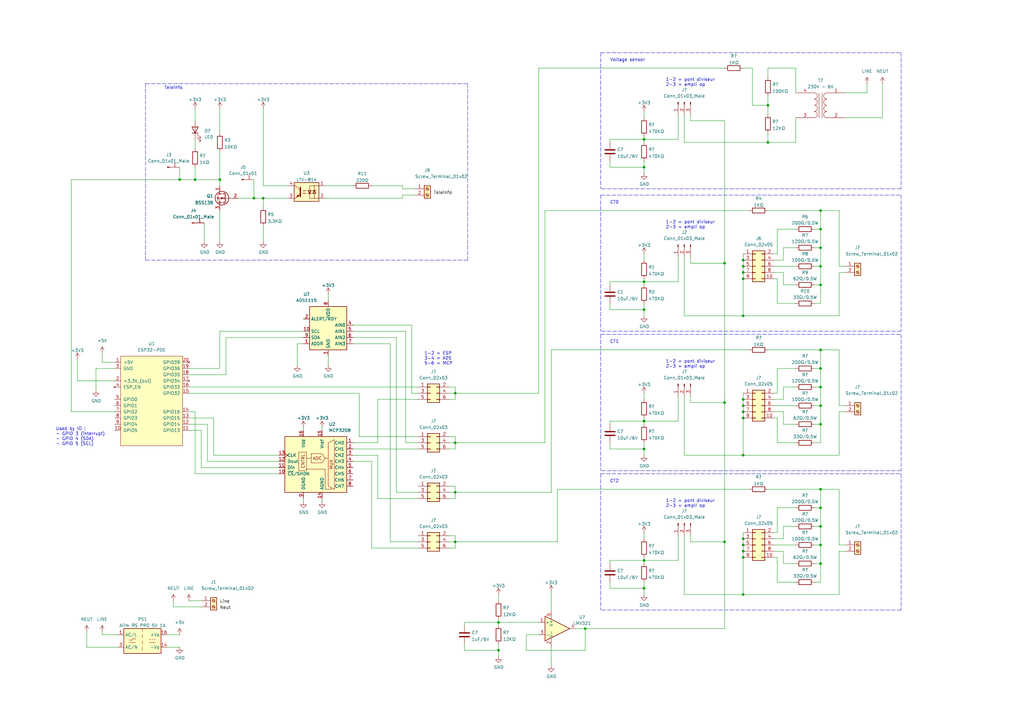
<source format=kicad_sch>
(kicad_sch (version 20211123) (generator eeschema)
  (paper "A3")
  (junction (at 264.16 115.57))
  (junction (at 304.8 223.52))
  (junction (at 336.55 93.98))
  (junction (at 336.55 200.66))
  (junction (at 240.03 257.81))
  (junction (at 90.17 73.66))
  (junction (at 336.55 86.36))
  (junction (at 304.8 166.37))
  (junction (at 264.16 184.15))
  (junction (at 264.16 172.72))
  (junction (at 186.69 161.29))
  (junction (at 336.55 116.84))
  (junction (at 314.96 43.18))
  (junction (at 304.8 114.3))
  (junction (at 304.8 228.6))
  (junction (at 264.16 127))
  (junction (at 264.16 57.15))
  (junction (at 304.8 226.06))
  (junction (at 264.16 229.87))
  (junction (at 304.8 129.54))
  (junction (at 304.8 106.68))
  (junction (at 336.55 109.22))
  (junction (at 336.55 215.9))
  (junction (at 204.47 266.7))
  (junction (at 304.8 109.22))
  (junction (at 264.16 68.58))
  (junction (at 304.8 243.84))
  (junction (at 336.55 143.51))
  (junction (at 186.69 181.61))
  (junction (at 304.8 163.83))
  (junction (at 336.55 173.99))
  (junction (at 80.01 73.66))
  (junction (at 304.8 171.45))
  (junction (at 107.95 81.28))
  (junction (at 314.96 58.42))
  (junction (at 297.18 107.95))
  (junction (at 336.55 151.13))
  (junction (at 336.55 223.52))
  (junction (at 297.18 222.25))
  (junction (at 186.69 201.93))
  (junction (at 336.55 208.28))
  (junction (at 204.47 255.27))
  (junction (at 304.8 220.98))
  (junction (at 336.55 101.6))
  (junction (at 73.66 73.66))
  (junction (at 336.55 231.14))
  (junction (at 304.8 168.91))
  (junction (at 336.55 166.37))
  (junction (at 304.8 186.69))
  (junction (at 304.8 111.76))
  (junction (at 104.14 81.28))
  (junction (at 336.55 158.75))
  (junction (at 297.18 165.1))
  (junction (at 186.69 222.25))
  (junction (at 264.16 241.3))
  (wire (pts (xy 264.16 229.87) (xy 264.16 231.14)))
  (wire (pts (xy 82.55 191.77) (xy 82.55 176.53)))
  (wire (pts (xy 336.55 143.51) (xy 344.17 143.51)))
  (wire (pts (xy 82.55 248.92) (xy 71.12 248.92)))
  (wire (pts (xy 264.16 241.3) (xy 250.19 241.3)))
  (polyline (pts (xy 246.38 80.01) (xy 369.57 80.01)))
  (wire (pts (xy 90.17 86.36) (xy 90.17 99.06)))
  (wire (pts (xy 226.06 201.93) (xy 186.69 201.93)))
  (wire (pts (xy 228.6 200.66) (xy 307.34 200.66)))
  (wire (pts (xy 186.69 179.07) (xy 184.15 179.07)))
  (wire (pts (xy 334.01 124.46) (xy 336.55 124.46)))
  (wire (pts (xy 336.55 158.75) (xy 336.55 166.37)))
  (wire (pts (xy 317.5 111.76) (xy 321.31 111.76)))
  (wire (pts (xy 85.09 173.99) (xy 77.47 173.99)))
  (wire (pts (xy 85.09 189.23) (xy 85.09 173.99)))
  (wire (pts (xy 228.6 222.25) (xy 186.69 222.25)))
  (wire (pts (xy 204.47 255.27) (xy 220.98 255.27)))
  (wire (pts (xy 283.21 107.95) (xy 297.18 107.95)))
  (wire (pts (xy 317.5 161.29) (xy 318.77 161.29)))
  (wire (pts (xy 278.13 46.99) (xy 278.13 57.15)))
  (wire (pts (xy 250.19 229.87) (xy 264.16 229.87)))
  (wire (pts (xy 326.39 101.6) (xy 321.31 101.6)))
  (wire (pts (xy 190.5 255.27) (xy 190.5 256.54)))
  (wire (pts (xy 166.37 135.89) (xy 166.37 181.61)))
  (wire (pts (xy 314.96 43.18) (xy 314.96 39.37)))
  (wire (pts (xy 297.18 49.53) (xy 297.18 107.95)))
  (wire (pts (xy 114.3 186.69) (xy 87.63 186.69)))
  (wire (pts (xy 317.5 106.68) (xy 321.31 106.68)))
  (wire (pts (xy 144.78 184.15) (xy 171.45 184.15)))
  (wire (pts (xy 104.14 81.28) (xy 107.95 81.28)))
  (wire (pts (xy 321.31 158.75) (xy 321.31 163.83)))
  (wire (pts (xy 314.96 43.18) (xy 314.96 46.99)))
  (wire (pts (xy 317.5 168.91) (xy 321.31 168.91)))
  (wire (pts (xy 321.31 168.91) (xy 321.31 173.99)))
  (wire (pts (xy 334.01 151.13) (xy 336.55 151.13)))
  (wire (pts (xy 90.17 44.45) (xy 90.17 54.61)))
  (wire (pts (xy 278.13 219.71) (xy 278.13 229.87)))
  (wire (pts (xy 48.26 260.35) (xy 41.91 260.35)))
  (wire (pts (xy 304.8 104.14) (xy 304.8 106.68)))
  (wire (pts (xy 326.39 93.98) (xy 318.77 93.98)))
  (wire (pts (xy 144.78 186.69) (xy 154.94 186.69)))
  (wire (pts (xy 304.8 163.83) (xy 304.8 166.37)))
  (wire (pts (xy 147.32 179.07) (xy 171.45 179.07)))
  (wire (pts (xy 87.63 171.45) (xy 77.47 171.45)))
  (wire (pts (xy 304.8 186.69) (xy 344.17 186.69)))
  (wire (pts (xy 124.46 140.97) (xy 121.92 140.97)))
  (wire (pts (xy 264.16 66.04) (xy 264.16 68.58)))
  (polyline (pts (xy 246.38 137.16) (xy 369.57 137.16)))
  (wire (pts (xy 168.91 133.35) (xy 168.91 161.29)))
  (polyline (pts (xy 59.69 34.29) (xy 191.77 34.29)))
  (wire (pts (xy 264.16 171.45) (xy 264.16 172.72)))
  (wire (pts (xy 314.96 58.42) (xy 314.96 54.61)))
  (wire (pts (xy 304.8 228.6) (xy 304.8 243.84)))
  (wire (pts (xy 317.5 223.52) (xy 326.39 223.52)))
  (wire (pts (xy 80.01 168.91) (xy 80.01 194.31)))
  (wire (pts (xy 190.5 255.27) (xy 204.47 255.27)))
  (wire (pts (xy 264.16 124.46) (xy 264.16 127)))
  (wire (pts (xy 283.21 219.71) (xy 283.21 222.25)))
  (wire (pts (xy 223.52 86.36) (xy 307.34 86.36)))
  (wire (pts (xy 317.5 218.44) (xy 318.77 218.44)))
  (wire (pts (xy 283.21 222.25) (xy 297.18 222.25)))
  (wire (pts (xy 336.55 173.99) (xy 334.01 173.99)))
  (wire (pts (xy 334.01 93.98) (xy 336.55 93.98)))
  (wire (pts (xy 334.01 223.52) (xy 336.55 223.52)))
  (polyline (pts (xy 246.38 21.59) (xy 246.38 77.47)))
  (wire (pts (xy 280.67 186.69) (xy 304.8 186.69)))
  (wire (pts (xy 336.55 231.14) (xy 334.01 231.14)))
  (polyline (pts (xy 246.38 80.01) (xy 246.38 135.89)))
  (wire (pts (xy 264.16 218.44) (xy 264.16 220.98)))
  (wire (pts (xy 318.77 151.13) (xy 318.77 161.29)))
  (wire (pts (xy 132.08 204.47) (xy 132.08 205.74)))
  (wire (pts (xy 46.99 156.21) (xy 31.75 156.21)))
  (wire (pts (xy 154.94 163.83) (xy 171.45 163.83)))
  (wire (pts (xy 314.96 86.36) (xy 336.55 86.36)))
  (polyline (pts (xy 369.57 135.89) (xy 246.38 135.89)))
  (wire (pts (xy 334.01 101.6) (xy 336.55 101.6)))
  (wire (pts (xy 326.39 158.75) (xy 321.31 158.75)))
  (wire (pts (xy 250.19 115.57) (xy 250.19 116.84)))
  (wire (pts (xy 184.15 224.79) (xy 186.69 224.79)))
  (polyline (pts (xy 59.69 34.29) (xy 59.69 106.68)))
  (polyline (pts (xy 369.57 77.47) (xy 246.38 77.47)))
  (wire (pts (xy 317.5 166.37) (xy 326.39 166.37)))
  (wire (pts (xy 318.77 228.6) (xy 318.77 238.76)))
  (wire (pts (xy 283.21 49.53) (xy 297.18 49.53)))
  (wire (pts (xy 334.01 238.76) (xy 336.55 238.76)))
  (wire (pts (xy 264.16 104.14) (xy 264.16 106.68)))
  (wire (pts (xy 321.31 116.84) (xy 326.39 116.84)))
  (wire (pts (xy 85.09 189.23) (xy 114.3 189.23)))
  (wire (pts (xy 124.46 175.26) (xy 124.46 176.53)))
  (wire (pts (xy 304.8 223.52) (xy 304.8 226.06)))
  (wire (pts (xy 118.11 81.28) (xy 107.95 81.28)))
  (wire (pts (xy 204.47 266.7) (xy 190.5 266.7)))
  (wire (pts (xy 308.61 27.94) (xy 308.61 43.18)))
  (wire (pts (xy 304.8 220.98) (xy 304.8 223.52)))
  (wire (pts (xy 344.17 111.76) (xy 344.17 129.54)))
  (wire (pts (xy 336.55 124.46) (xy 336.55 116.84)))
  (wire (pts (xy 314.96 200.66) (xy 336.55 200.66)))
  (polyline (pts (xy 369.57 250.19) (xy 246.38 250.19)))
  (wire (pts (xy 326.39 208.28) (xy 318.77 208.28)))
  (wire (pts (xy 134.62 146.05) (xy 134.62 149.86)))
  (wire (pts (xy 317.5 109.22) (xy 326.39 109.22)))
  (wire (pts (xy 90.17 73.66) (xy 90.17 76.2)))
  (wire (pts (xy 80.01 57.15) (xy 80.01 60.96)))
  (wire (pts (xy 68.58 265.43) (xy 73.66 265.43)))
  (wire (pts (xy 346.71 38.1) (xy 355.6 38.1)))
  (wire (pts (xy 334.01 208.28) (xy 336.55 208.28)))
  (wire (pts (xy 278.13 162.56) (xy 278.13 172.72)))
  (wire (pts (xy 334.01 215.9) (xy 336.55 215.9)))
  (wire (pts (xy 184.15 158.75) (xy 186.69 158.75)))
  (wire (pts (xy 278.13 57.15) (xy 264.16 57.15)))
  (wire (pts (xy 317.5 228.6) (xy 318.77 228.6)))
  (wire (pts (xy 226.06 242.57) (xy 226.06 250.19)))
  (wire (pts (xy 165.1 77.47) (xy 170.18 77.47)))
  (wire (pts (xy 97.79 81.28) (xy 104.14 81.28)))
  (wire (pts (xy 186.69 161.29) (xy 220.98 161.29)))
  (wire (pts (xy 144.78 138.43) (xy 162.56 138.43)))
  (wire (pts (xy 46.99 151.13) (xy 39.37 151.13)))
  (wire (pts (xy 280.67 162.56) (xy 280.67 186.69)))
  (wire (pts (xy 35.56 265.43) (xy 35.56 259.08)))
  (wire (pts (xy 317.5 226.06) (xy 321.31 226.06)))
  (wire (pts (xy 264.16 57.15) (xy 264.16 58.42)))
  (wire (pts (xy 166.37 181.61) (xy 171.45 181.61)))
  (wire (pts (xy 184.15 184.15) (xy 186.69 184.15)))
  (wire (pts (xy 220.98 260.35) (xy 215.9 260.35)))
  (wire (pts (xy 304.8 111.76) (xy 304.8 114.3)))
  (wire (pts (xy 107.95 92.71) (xy 107.95 99.06)))
  (wire (pts (xy 133.35 76.2) (xy 144.78 76.2)))
  (wire (pts (xy 344.17 109.22) (xy 344.17 86.36)))
  (wire (pts (xy 321.31 215.9) (xy 321.31 220.98)))
  (wire (pts (xy 297.18 257.81) (xy 240.03 257.81)))
  (wire (pts (xy 186.69 184.15) (xy 186.69 181.61)))
  (wire (pts (xy 250.19 229.87) (xy 250.19 231.14)))
  (wire (pts (xy 215.9 260.35) (xy 215.9 266.7)))
  (polyline (pts (xy 369.57 194.31) (xy 369.57 250.19)))
  (wire (pts (xy 297.18 27.94) (xy 220.98 27.94)))
  (wire (pts (xy 264.16 172.72) (xy 264.16 173.99)))
  (wire (pts (xy 346.71 111.76) (xy 344.17 111.76)))
  (wire (pts (xy 264.16 68.58) (xy 250.19 68.58)))
  (wire (pts (xy 133.35 81.28) (xy 165.1 81.28)))
  (wire (pts (xy 264.16 127) (xy 250.19 127)))
  (wire (pts (xy 361.95 34.29) (xy 361.95 48.26)))
  (wire (pts (xy 154.94 181.61) (xy 154.94 163.83)))
  (wire (pts (xy 204.47 266.7) (xy 204.47 269.24)))
  (wire (pts (xy 31.75 156.21) (xy 31.75 147.32)))
  (wire (pts (xy 304.8 218.44) (xy 304.8 220.98)))
  (wire (pts (xy 92.71 153.67) (xy 77.47 153.67)))
  (wire (pts (xy 264.16 127) (xy 264.16 129.54)))
  (wire (pts (xy 326.39 48.26) (xy 326.39 58.42)))
  (wire (pts (xy 318.77 93.98) (xy 318.77 104.14)))
  (wire (pts (xy 304.8 243.84) (xy 344.17 243.84)))
  (wire (pts (xy 297.18 165.1) (xy 297.18 222.25)))
  (wire (pts (xy 304.8 106.68) (xy 304.8 109.22)))
  (wire (pts (xy 29.21 168.91) (xy 46.99 168.91)))
  (wire (pts (xy 304.8 129.54) (xy 344.17 129.54)))
  (wire (pts (xy 124.46 138.43) (xy 92.71 138.43)))
  (wire (pts (xy 77.47 158.75) (xy 171.45 158.75)))
  (wire (pts (xy 264.16 114.3) (xy 264.16 115.57)))
  (wire (pts (xy 297.18 222.25) (xy 297.18 257.81)))
  (wire (pts (xy 186.69 224.79) (xy 186.69 222.25)))
  (wire (pts (xy 308.61 43.18) (xy 314.96 43.18)))
  (wire (pts (xy 186.69 199.39) (xy 186.69 201.93)))
  (wire (pts (xy 90.17 62.23) (xy 90.17 73.66)))
  (wire (pts (xy 77.47 246.38) (xy 82.55 246.38)))
  (wire (pts (xy 144.78 135.89) (xy 166.37 135.89)))
  (wire (pts (xy 83.82 91.44) (xy 83.82 99.06)))
  (wire (pts (xy 132.08 175.26) (xy 132.08 176.53)))
  (wire (pts (xy 336.55 86.36) (xy 336.55 93.98)))
  (wire (pts (xy 304.8 161.29) (xy 304.8 163.83)))
  (wire (pts (xy 317.5 163.83) (xy 321.31 163.83)))
  (wire (pts (xy 336.55 93.98) (xy 336.55 101.6)))
  (wire (pts (xy 80.01 44.45) (xy 80.01 49.53)))
  (wire (pts (xy 314.96 27.94) (xy 314.96 31.75)))
  (wire (pts (xy 336.55 143.51) (xy 336.55 151.13)))
  (wire (pts (xy 90.17 151.13) (xy 90.17 135.89)))
  (wire (pts (xy 92.71 138.43) (xy 92.71 153.67)))
  (wire (pts (xy 283.21 162.56) (xy 283.21 165.1)))
  (wire (pts (xy 68.58 260.35) (xy 73.66 260.35)))
  (wire (pts (xy 250.19 66.04) (xy 250.19 68.58)))
  (wire (pts (xy 318.77 171.45) (xy 318.77 181.61)))
  (wire (pts (xy 204.47 254) (xy 204.47 255.27)))
  (wire (pts (xy 304.8 226.06) (xy 304.8 228.6)))
  (polyline (pts (xy 246.38 194.31) (xy 246.38 250.19)))
  (wire (pts (xy 278.13 172.72) (xy 264.16 172.72)))
  (wire (pts (xy 107.95 81.28) (xy 107.95 85.09)))
  (wire (pts (xy 250.19 57.15) (xy 264.16 57.15)))
  (wire (pts (xy 226.06 143.51) (xy 226.06 201.93)))
  (wire (pts (xy 165.1 80.01) (xy 165.1 81.28)))
  (wire (pts (xy 283.21 105.41) (xy 283.21 107.95)))
  (polyline (pts (xy 369.57 21.59) (xy 369.57 77.47)))
  (wire (pts (xy 228.6 200.66) (xy 228.6 222.25)))
  (wire (pts (xy 318.77 238.76) (xy 326.39 238.76)))
  (wire (pts (xy 344.17 226.06) (xy 344.17 243.84)))
  (polyline (pts (xy 369.57 80.01) (xy 369.57 135.89)))
  (wire (pts (xy 264.16 55.88) (xy 264.16 57.15)))
  (wire (pts (xy 152.4 224.79) (xy 171.45 224.79)))
  (wire (pts (xy 280.67 58.42) (xy 314.96 58.42)))
  (wire (pts (xy 326.39 58.42) (xy 314.96 58.42)))
  (wire (pts (xy 280.67 243.84) (xy 304.8 243.84)))
  (wire (pts (xy 336.55 181.61) (xy 336.55 173.99)))
  (polyline (pts (xy 369.57 193.04) (xy 246.38 193.04)))
  (wire (pts (xy 186.69 204.47) (xy 186.69 201.93)))
  (wire (pts (xy 250.19 172.72) (xy 250.19 173.99)))
  (wire (pts (xy 160.02 140.97) (xy 160.02 222.25)))
  (wire (pts (xy 223.52 86.36) (xy 223.52 181.61)))
  (wire (pts (xy 124.46 204.47) (xy 124.46 205.74)))
  (wire (pts (xy 264.16 238.76) (xy 264.16 241.3)))
  (wire (pts (xy 29.21 73.66) (xy 29.21 168.91)))
  (wire (pts (xy 346.71 223.52) (xy 344.17 223.52)))
  (wire (pts (xy 336.55 208.28) (xy 336.55 215.9)))
  (wire (pts (xy 90.17 135.89) (xy 124.46 135.89)))
  (wire (pts (xy 334.01 158.75) (xy 336.55 158.75)))
  (wire (pts (xy 318.77 181.61) (xy 326.39 181.61)))
  (wire (pts (xy 184.15 181.61) (xy 186.69 181.61)))
  (wire (pts (xy 321.31 226.06) (xy 321.31 231.14)))
  (wire (pts (xy 336.55 166.37) (xy 336.55 173.99)))
  (wire (pts (xy 77.47 151.13) (xy 90.17 151.13)))
  (wire (pts (xy 144.78 189.23) (xy 152.4 189.23)))
  (wire (pts (xy 355.6 34.29) (xy 355.6 38.1)))
  (wire (pts (xy 147.32 161.29) (xy 147.32 179.07)))
  (wire (pts (xy 334.01 109.22) (xy 336.55 109.22)))
  (wire (pts (xy 204.47 255.27) (xy 204.47 256.54)))
  (wire (pts (xy 334.01 181.61) (xy 336.55 181.61)))
  (wire (pts (xy 186.69 158.75) (xy 186.69 161.29)))
  (wire (pts (xy 344.17 166.37) (xy 344.17 143.51)))
  (wire (pts (xy 297.18 107.95) (xy 297.18 165.1)))
  (wire (pts (xy 186.69 161.29) (xy 184.15 161.29)))
  (wire (pts (xy 264.16 241.3) (xy 264.16 243.84)))
  (wire (pts (xy 326.39 215.9) (xy 321.31 215.9)))
  (wire (pts (xy 48.26 265.43) (xy 35.56 265.43)))
  (wire (pts (xy 186.69 219.71) (xy 184.15 219.71)))
  (wire (pts (xy 336.55 238.76) (xy 336.55 231.14)))
  (wire (pts (xy 304.8 114.3) (xy 304.8 129.54)))
  (wire (pts (xy 321.31 173.99) (xy 326.39 173.99)))
  (wire (pts (xy 336.55 116.84) (xy 334.01 116.84)))
  (wire (pts (xy 317.5 171.45) (xy 318.77 171.45)))
  (wire (pts (xy 250.19 238.76) (xy 250.19 241.3)))
  (polyline (pts (xy 246.38 194.31) (xy 369.57 194.31)))
  (polyline (pts (xy 191.77 34.29) (xy 191.77 106.68)))
  (wire (pts (xy 134.62 123.19) (xy 134.62 120.65)))
  (wire (pts (xy 280.67 129.54) (xy 304.8 129.54)))
  (wire (pts (xy 314.96 143.51) (xy 336.55 143.51)))
  (wire (pts (xy 264.16 181.61) (xy 264.16 184.15)))
  (wire (pts (xy 264.16 68.58) (xy 264.16 71.12)))
  (wire (pts (xy 29.21 73.66) (xy 73.66 73.66)))
  (wire (pts (xy 344.17 223.52) (xy 344.17 200.66)))
  (wire (pts (xy 326.39 38.1) (xy 326.39 27.94)))
  (wire (pts (xy 317.5 114.3) (xy 318.77 114.3)))
  (wire (pts (xy 250.19 172.72) (xy 264.16 172.72)))
  (wire (pts (xy 264.16 115.57) (xy 264.16 116.84)))
  (wire (pts (xy 144.78 140.97) (xy 160.02 140.97)))
  (wire (pts (xy 264.16 45.72) (xy 264.16 48.26)))
  (wire (pts (xy 184.15 204.47) (xy 186.69 204.47)))
  (wire (pts (xy 336.55 200.66) (xy 336.55 208.28)))
  (wire (pts (xy 170.18 80.01) (xy 165.1 80.01)))
  (polyline (pts (xy 191.77 106.68) (xy 59.69 106.68)))
  (wire (pts (xy 165.1 76.2) (xy 165.1 77.47)))
  (wire (pts (xy 168.91 161.29) (xy 171.45 161.29)))
  (wire (pts (xy 154.94 204.47) (xy 171.45 204.47)))
  (wire (pts (xy 41.91 148.59) (xy 41.91 144.78)))
  (wire (pts (xy 162.56 201.93) (xy 171.45 201.93)))
  (wire (pts (xy 240.03 257.81) (xy 236.22 257.81)))
  (wire (pts (xy 346.71 48.26) (xy 361.95 48.26)))
  (wire (pts (xy 39.37 151.13) (xy 39.37 160.02)))
  (wire (pts (xy 250.19 181.61) (xy 250.19 184.15)))
  (wire (pts (xy 304.8 171.45) (xy 304.8 186.69)))
  (wire (pts (xy 250.19 57.15) (xy 250.19 58.42)))
  (wire (pts (xy 304.8 27.94) (xy 308.61 27.94)))
  (wire (pts (xy 190.5 264.16) (xy 190.5 266.7)))
  (wire (pts (xy 334.01 166.37) (xy 336.55 166.37)))
  (wire (pts (xy 144.78 133.35) (xy 168.91 133.35)))
  (wire (pts (xy 280.67 105.41) (xy 280.67 129.54)))
  (wire (pts (xy 46.99 148.59) (xy 41.91 148.59)))
  (wire (pts (xy 73.66 68.58) (xy 73.66 73.66)))
  (wire (pts (xy 346.71 166.37) (xy 344.17 166.37)))
  (wire (pts (xy 240.03 266.7) (xy 240.03 257.81)))
  (wire (pts (xy 82.55 176.53) (xy 77.47 176.53)))
  (wire (pts (xy 346.71 226.06) (xy 344.17 226.06)))
  (wire (pts (xy 336.55 200.66) (xy 344.17 200.66)))
  (wire (pts (xy 321.31 111.76) (xy 321.31 116.84)))
  (wire (pts (xy 204.47 243.84) (xy 204.47 246.38)))
  (wire (pts (xy 304.8 109.22) (xy 304.8 111.76)))
  (wire (pts (xy 336.55 151.13) (xy 336.55 158.75)))
  (wire (pts (xy 346.71 168.91) (xy 344.17 168.91)))
  (wire (pts (xy 264.16 228.6) (xy 264.16 229.87)))
  (wire (pts (xy 318.77 114.3) (xy 318.77 124.46)))
  (wire (pts (xy 77.47 161.29) (xy 147.32 161.29)))
  (wire (pts (xy 184.15 199.39) (xy 186.69 199.39)))
  (wire (pts (xy 336.55 101.6) (xy 336.55 109.22)))
  (wire (pts (xy 80.01 68.58) (xy 80.01 73.66)))
  (wire (pts (xy 215.9 266.7) (xy 240.03 266.7)))
  (wire (pts (xy 336.55 109.22) (xy 336.55 116.84)))
  (wire (pts (xy 250.19 115.57) (xy 264.16 115.57)))
  (wire (pts (xy 336.55 223.52) (xy 336.55 231.14)))
  (wire (pts (xy 186.69 163.83) (xy 186.69 161.29)))
  (wire (pts (xy 278.13 105.41) (xy 278.13 115.57)))
  (wire (pts (xy 184.15 222.25) (xy 186.69 222.25)))
  (wire (pts (xy 204.47 264.16) (xy 204.47 266.7)))
  (polyline (pts (xy 246.38 21.59) (xy 369.57 21.59)))
  (wire (pts (xy 283.21 46.99) (xy 283.21 49.53)))
  (wire (pts (xy 104.14 73.66) (xy 104.14 81.28)))
  (wire (pts (xy 107.95 76.2) (xy 118.11 76.2)))
  (wire (pts (xy 321.31 231.14) (xy 326.39 231.14)))
  (wire (pts (xy 336.55 86.36) (xy 344.17 86.36)))
  (wire (pts (xy 318.77 208.28) (xy 318.77 218.44)))
  (wire (pts (xy 317.5 104.14) (xy 318.77 104.14)))
  (wire (pts (xy 162.56 138.43) (xy 162.56 201.93)))
  (wire (pts (xy 80.01 168.91) (xy 77.47 168.91)))
  (wire (pts (xy 186.69 181.61) (xy 186.69 179.07)))
  (wire (pts (xy 80.01 73.66) (xy 90.17 73.66)))
  (wire (pts (xy 264.16 184.15) (xy 250.19 184.15)))
  (wire (pts (xy 226.06 265.43) (xy 226.06 273.05)))
  (wire (pts (xy 152.4 76.2) (xy 165.1 76.2)))
  (wire (pts (xy 87.63 171.45) (xy 87.63 186.69)))
  (wire (pts (xy 82.55 191.77) (xy 114.3 191.77)))
  (wire (pts (xy 278.13 115.57) (xy 264.16 115.57)))
  (polyline (pts (xy 369.57 137.16) (xy 369.57 193.04)))
  (wire (pts (xy 152.4 189.23) (xy 152.4 224.79)))
  (wire (pts (xy 317.5 220.98) (xy 321.31 220.98)))
  (wire (pts (xy 107.95 44.45) (xy 107.95 76.2)))
  (wire (pts (xy 80.01 194.31) (xy 114.3 194.31)))
  (wire (pts (xy 304.8 166.37) (xy 304.8 168.91)))
  (wire (pts (xy 186.69 201.93) (xy 184.15 201.93)))
  (wire (pts (xy 321.31 101.6) (xy 321.31 106.68)))
  (wire (pts (xy 280.67 46.99) (xy 280.67 58.42)))
  (wire (pts (xy 318.77 124.46) (xy 326.39 124.46)))
  (wire (pts (xy 264.16 161.29) (xy 264.16 163.83)))
  (wire (pts (xy 346.71 109.22) (xy 344.17 109.22)))
  (wire (pts (xy 160.02 222.25) (xy 171.45 222.25)))
  (wire (pts (xy 184.15 163.83) (xy 186.69 163.83)))
  (wire (pts (xy 280.67 219.71) (xy 280.67 243.84)))
  (wire (pts (xy 144.78 181.61) (xy 154.94 181.61)))
  (wire (pts (xy 226.06 143.51) (xy 307.34 143.51)))
  (wire (pts (xy 220.98 27.94) (xy 220.98 161.29)))
  (wire (pts (xy 73.66 73.66) (xy 80.01 73.66)))
  (wire (pts (xy 283.21 165.1) (xy 297.18 165.1)))
  (wire (pts (xy 264.16 184.15) (xy 264.16 186.69)))
  (wire (pts (xy 304.8 168.91) (xy 304.8 171.45)))
  (wire (pts (xy 186.69 181.61) (xy 223.52 181.61)))
  (wire (pts (xy 326.39 151.13) (xy 318.77 151.13)))
  (wire (pts (xy 121.92 140.97) (xy 121.92 149.86)))
  (wire (pts (xy 278.13 229.87) (xy 264.16 229.87)))
  (wire (pts (xy 250.19 124.46) (xy 250.19 127)))
  (wire (pts (xy 71.12 248.92) (xy 71.12 246.38)))
  (polyline (pts (xy 246.38 137.16) (xy 246.38 193.04)))
  (wire (pts (xy 336.55 215.9) (xy 336.55 223.52)))
  (wire (pts (xy 154.94 186.69) (xy 154.94 204.47)))
  (wire (pts (xy 41.91 259.08) (xy 41.91 260.35)))
  (wire (pts (xy 186.69 222.25) (xy 186.69 219.71)))
  (wire (pts (xy 326.39 27.94) (xy 314.96 27.94)))
  (wire (pts (xy 344.17 168.91) (xy 344.17 186.69)))
  (text "Teleinfo" (at 67.31 36.83 0) (effects (font (size 1.27 1.27)) (justify left bottom)))
  (text "1-2 = pont diviseur\n2-3 = ampli op\n" (at 273.05 151.13 0) (effects (font (size 1.27 1.27)) (justify left bottom)))
  (text "1-2 = pont diviseur\n2-3 = ampli op\n" (at 273.05 35.56 0) (effects (font (size 1.27 1.27)) (justify left bottom)))
  (text "CT1" (at 250.19 140.97 0) (effects (font (size 1.27 1.27)) (justify left bottom)))
  (text "Used by IO :\n- GPIO 3 (interrupt)\n- GPIO 4 (SDA)\n- GPIO 5 (SCL)" (at 22.86 182.88 0) (effects (font (size 1.27 1.27)) (justify left bottom)))
  (text "CT0" (at 250.19 83.82 0) (effects (font (size 1.27 1.27)) (justify left bottom)))
  (text "1-2 = ESP\n3-4 = ADS\n5-6 = MCP" (at 173.99 149.86 0) (effects (font (size 1.27 1.27)) (justify left bottom)))
  (text "CT2" (at 250.19 198.12 0) (effects (font (size 1.27 1.27)) (justify left bottom)))
  (text "1-2 = pont diviseur\n2-3 = ampli op\n" (at 273.05 208.28 0) (effects (font (size 1.27 1.27)) (justify left bottom)))
  (text "Voltage sensor" (at 250.19 25.4 0) (effects (font (size 1.27 1.27)) (justify left bottom)))
  (text "1-2 = pont diviseur\n2-3 = ampli op\n" (at 273.05 93.98 0) (effects (font (size 1.27 1.27)) (justify left bottom)))
  (label "Neut" (at 90.17 250.19 0))
  (label "Teleinfo" (at 177.8 80.01 0))
  (label "Line" (at 90.17 247.65 0))
  (symbol (lib_id "Device:R") (at 330.2 215.9 270) (unit 1)
    (property "Reference" "R?" (at 330.2 210.82 90))
    (property "Value" "120Ω/0.5W" (at 330.2 213.36 90))
    (property "Footprint" "Resistor_SMD:R_0805_2012Metric" (effects hide))
    (property "Datasheet" "https://datasheet.lcsc.com/lcsc/2005182016_PANASONIC-ERJP06F1200V_C543533.pdf" (effects hide))
    (property "LCSC" "C543533" (effects hide))
  )
  (symbol (lib_id "Device:R") (at 314.96 35.56 180) (unit 1)
    (property "Reference" "R?" (at 316.738 34.6515 0) (effects (justify right)))
    (property "Value" "100KΩ" (at 316.738 37.4266 0) (effects (justify right)))
    (property "Footprint" "Resistor_SMD:R_0603_1608Metric" (effects hide))
    (property "Datasheet" "https://datasheet.lcsc.com/lcsc/2206010045_UNI-ROYAL-Uniroyal-Elec-0603WAF1003T5E_C25803.pdf" (effects hide))
    (property "LCSC" "C25803" (effects hide))
  )
  (symbol (lib_id "power:GND") (at 226.06 273.05 0) (unit 1)
    (property "Reference" "#PWR?" (effects hide))
    (property "Value" "GND" (at 226.187 277.4442 0))
  )
  (symbol (lib_id "Device:R") (at 264.16 177.8 180) (unit 1)
    (property "Reference" "R?" (at 265.938 176.8915 0) (effects (justify right)))
    (property "Value" "470KΩ" (at 265.938 179.6666 0) (effects (justify right)))
    (property "Footprint" "Resistor_SMD:R_0603_1608Metric" (effects hide))
    (property "Datasheet" "https://datasheet.lcsc.com/lcsc/2206010116_UNI-ROYAL-Uniroyal-Elec-0603WAF4703T5E_C23178.pdf" (effects hide))
    (property "LCSC" "C23178" (effects hide))
  )
  (symbol (lib_id "Device:R") (at 107.95 88.9 180) (unit 1)
    (property "Reference" "R5" (at 109.728 87.9915 0) (effects (justify right)))
    (property "Value" "3.3KΩ" (at 109.728 90.7666 0) (effects (justify right)))
    (property "Footprint" "Resistor_SMD:R_0603_1608Metric" (effects hide))
    (property "Datasheet" "https://datasheet.lcsc.com/lcsc/2206010116_UNI-ROYAL-Uniroyal-Elec-0603WAF3301T5E_C22978.pdf" (effects hide))
    (property "LCSC" "C22978" (effects hide))
  )
  (symbol (lib_id "Connector:Conn_01x03_Male") (at 280.67 41.91 90) (mirror x) (unit 1)
    (property "Reference" "J?" (at 280.67 36.83 90))
    (property "Value" "Conn_01x03_Male" (at 280.67 39.37 90))
    (property "Footprint" "Connector_PinHeader_2.54mm:PinHeader_1x03_P2.54mm_Vertical" (effects hide))
  )
  (symbol (lib_id "Device:R") (at 330.2 181.61 270) (unit 1)
    (property "Reference" "R?" (at 330.2 176.53 90))
    (property "Value" "33Ω/0.5W" (at 330.2 179.07 90))
    (property "Footprint" "Resistor_SMD:R_0805_2012Metric" (effects hide))
    (property "Datasheet" "https://datasheet.lcsc.com/lcsc/2007231205_UNI-ROYAL-Uniroyal-Elec-AS05W2J0330T5E_C560522.pdf" (effects hide))
    (property "LCSC" "C560522" (effects hide))
  )
  (symbol (lib_id "power:+5V") (at 73.66 260.35 0) (unit 1)
    (property "Reference" "#PWR09" (effects hide))
    (property "Value" "+5V" (at 73.66 255.27 0))
  )
  (symbol (lib_id "power:+3V3") (at 204.47 243.84 0) (unit 1)
    (property "Reference" "#PWR?" (effects hide))
    (property "Value" "+3V3" (at 204.47 240.2355 0))
  )
  (symbol (lib_id "power:+5V") (at 41.91 144.78 0) (unit 1)
    (property "Reference" "#PWR03" (effects hide))
    (property "Value" "+5V" (at 41.91 139.7 0))
  )
  (symbol (lib_id "Device:R") (at 330.2 223.52 270) (unit 1)
    (property "Reference" "R?" (at 330.2 218.44 90))
    (property "Value" "100Ω/0.5W" (at 330.2 220.98 90))
    (property "Footprint" "Resistor_SMD:R_0805_2012Metric" (effects hide))
    (property "Datasheet" "https://datasheet.lcsc.com/lcsc/1912111437_PANASONIC-ERJP06J101V_C417003.pdf" (effects hide))
    (property "LCSC" "C417003" (effects hide))
  )
  (symbol (lib_id "power:+3V3") (at 90.17 44.45 0) (unit 1)
    (property "Reference" "#PWR017" (effects hide))
    (property "Value" "+3V3" (at 90.17 40.8455 0))
  )
  (symbol (lib_id "power:+3V3") (at 107.95 44.45 0) (unit 1)
    (property "Reference" "#PWR019" (effects hide))
    (property "Value" "+3V3" (at 107.95 40.8455 0))
  )
  (symbol (lib_id "Analog_ADC:MCP3208") (at 129.54 189.23 0) (mirror y) (unit 1)
    (property "Reference" "U2" (at 134.8487 173.99 0) (effects (justify right)))
    (property "Value" "MCP3208" (at 134.8487 176.53 0) (effects (justify right)))
    (property "Footprint" "Package_SO:SOIC-16_3.9x9.9mm_P1.27mm" (effects hide))
    (property "Datasheet" "http://ww1.microchip.com/downloads/en/DeviceDoc/21298c.pdf" (effects hide))
    (property "LCSC" "C16939" (effects hide))
  )
  (symbol (lib_id "Device:R") (at 330.2 101.6 270) (unit 1)
    (property "Reference" "R7" (at 330.2 96.52 90))
    (property "Value" "120Ω/0.5W" (at 330.2 99.06 90))
    (property "Footprint" "Resistor_SMD:R_0805_2012Metric" (effects hide))
    (property "Datasheet" "https://datasheet.lcsc.com/lcsc/2005182016_PANASONIC-ERJP06F1200V_C543533.pdf" (effects hide))
    (property "LCSC" "C543533" (effects hide))
  )
  (symbol (lib_id "power:GND") (at 73.66 265.43 0) (unit 1)
    (property "Reference" "#PWR010" (effects hide))
    (property "Value" "GND" (at 73.787 269.8242 0))
  )
  (symbol (lib_id "power:GND") (at 90.17 99.06 0) (unit 1)
    (property "Reference" "#PWR018" (effects hide))
    (property "Value" "GND" (at 90.297 103.4542 0))
  )
  (symbol (lib_id "Device:R") (at 264.16 167.64 180) (unit 1)
    (property "Reference" "R?" (at 265.938 166.7315 0) (effects (justify right)))
    (property "Value" "470KΩ" (at 265.938 169.5066 0) (effects (justify right)))
    (property "Footprint" "Resistor_SMD:R_0603_1608Metric" (effects hide))
    (property "Datasheet" "https://datasheet.lcsc.com/lcsc/2206010116_UNI-ROYAL-Uniroyal-Elec-0603WAF4703T5E_C23178.pdf" (effects hide))
    (property "LCSC" "C23178" (effects hide))
  )
  (symbol (lib_id "Device:Transformer_1P_1S") (at 336.55 43.18 0) (mirror y) (unit 1)
    (property "Reference" "T?" (at 336.5373 33.02 0))
    (property "Value" "230V - 6V" (at 336.5373 35.56 0))
    (property "Footprint" "mylife-footprints:RS PRO 6V 0.35VA" (effects hide))
    (property "Datasheet" "https://docs.rs-online.com/5c0d/0900766b80f46e25.pdf" (effects hide))
  )
  (symbol (lib_id "power:+3V3") (at 134.62 120.65 0) (unit 1)
    (property "Reference" "#PWR?" (effects hide))
    (property "Value" "+3V3" (at 134.62 117.0455 0))
  )
  (symbol (lib_id "Device:R") (at 330.2 116.84 270) (unit 1)
    (property "Reference" "R9" (at 330.2 111.76 90))
    (property "Value" "62Ω/0.5W" (at 330.2 114.3 90))
    (property "Footprint" "Resistor_SMD:R_0805_2012Metric" (effects hide))
    (property "Datasheet" "https://datasheet.lcsc.com/lcsc/2007231205_UNI-ROYAL-Uniroyal-Elec-AS05W2J0620T5E_C560547.pdf" (effects hide))
    (property "LCSC" "C560547" (effects hide))
  )
  (symbol (lib_id "Device:LED") (at 80.01 53.34 90) (unit 1)
    (property "Reference" "D?" (at 83.82 53.6574 90) (effects (justify right)))
    (property "Value" "LED" (at 83.82 56.1974 90) (effects (justify right)))
    (property "Footprint" "Diode_SMD:D_0805_2012Metric" (effects hide))
    (property "Datasheet" "https://datasheet.lcsc.com/lcsc/1806151820_Hubei-KENTO-Elec-C2297_C2297.pdf" (effects hide))
    (property "LCSC" "C2297" (effects hide))
  )
  (symbol (lib_id "power:GND") (at 121.92 149.86 0) (unit 1)
    (property "Reference" "#PWR?" (effects hide))
    (property "Value" "GND" (at 122.047 154.2542 0))
  )
  (symbol (lib_id "Device:C") (at 190.5 260.35 0) (unit 1)
    (property "Reference" "C?" (at 193.421 259.4415 0) (effects (justify left)))
    (property "Value" "1uF/6V" (at 193.421 262.2166 0) (effects (justify left)))
    (property "Footprint" "Resistor_SMD:R_0603_1608Metric" (effects hide))
    (property "Datasheet" "https://datasheet.lcsc.com/lcsc/1810261812_Samsung-Electro-Mechanics-CL10A105KB8NNNC_C15849.pdf" (effects hide))
    (property "LCSC" "C15849" (effects hide))
  )
  (symbol (lib_id "Device:R") (at 330.2 231.14 270) (unit 1)
    (property "Reference" "R?" (at 330.2 226.06 90))
    (property "Value" "62Ω/0.5W" (at 330.2 228.6 90))
    (property "Footprint" "Resistor_SMD:R_0805_2012Metric" (effects hide))
    (property "Datasheet" "https://datasheet.lcsc.com/lcsc/2007231205_UNI-ROYAL-Uniroyal-Elec-AS05W2J0620T5E_C560547.pdf" (effects hide))
    (property "LCSC" "C560547" (effects hide))
  )
  (symbol (lib_id "power:+3V3") (at 80.01 44.45 0) (unit 1)
    (property "Reference" "#PWR?" (effects hide))
    (property "Value" "+3V3" (at 80.01 40.8455 0))
  )
  (symbol (lib_id "Amplifier_Operational:LMV321") (at 228.6 257.81 0) (unit 1)
    (property "Reference" "U?" (at 238.76 253.111 0))
    (property "Value" "LMV321" (at 238.76 255.651 0))
    (property "Footprint" "Package_TO_SOT_SMD:SOT-23-5" (effects hide))
    (property "Datasheet" "https://www.ti.com/cn/lit/gpn/lmv321" (effects hide))
    (property "LCSC" "C7972" (effects hide))
  )
  (symbol (lib_id "power:GND") (at 39.37 160.02 0) (unit 1)
    (property "Reference" "#PWR02" (effects hide))
    (property "Value" "GND" (at 39.497 164.4142 0))
  )
  (symbol (lib_id "Device:R") (at 330.2 158.75 270) (unit 1)
    (property "Reference" "R?" (at 330.2 153.67 90))
    (property "Value" "120Ω/0.5W" (at 330.2 156.21 90))
    (property "Footprint" "Resistor_SMD:R_0805_2012Metric" (effects hide))
    (property "Datasheet" "https://datasheet.lcsc.com/lcsc/2005182016_PANASONIC-ERJP06F1200V_C543533.pdf" (effects hide))
    (property "LCSC" "C543533" (effects hide))
  )
  (symbol (lib_id "Connector_Generic:Conn_02x03_Odd_Even") (at 176.53 222.25 0) (unit 1)
    (property "Reference" "J?" (at 177.8 213.36 0))
    (property "Value" "Conn_02x03" (at 177.8 215.9 0))
    (property "Footprint" "Connector_PinHeader_2.54mm:PinHeader_2x03_P2.54mm_Vertical" (effects hide))
  )
  (symbol (lib_id "Device:R") (at 330.2 208.28 270) (unit 1)
    (property "Reference" "R?" (at 330.2 203.2 90))
    (property "Value" "200Ω/0.5W" (at 330.2 205.74 90))
    (property "Footprint" "Resistor_SMD:R_0805_2012Metric" (effects hide))
    (property "Datasheet" "https://datasheet.lcsc.com/lcsc/2007231205_UNI-ROYAL-Uniroyal-Elec-AS05W2J0201T5E_C560506.pdf" (effects hide))
    (property "LCSC" "C560506" (effects hide))
  )
  (symbol (lib_id "Device:R") (at 264.16 120.65 180) (unit 1)
    (property "Reference" "R2" (at 265.938 119.7415 0) (effects (justify right)))
    (property "Value" "470KΩ" (at 265.938 122.5166 0) (effects (justify right)))
    (property "Footprint" "Resistor_SMD:R_0603_1608Metric" (effects hide))
    (property "Datasheet" "https://datasheet.lcsc.com/lcsc/2206010116_UNI-ROYAL-Uniroyal-Elec-0603WAF4703T5E_C23178.pdf" (effects hide))
    (property "LCSC" "C23178" (effects hide))
  )
  (symbol (lib_id "power:+3V3") (at 264.16 104.14 0) (unit 1)
    (property "Reference" "#PWR015" (effects hide))
    (property "Value" "+3V3" (at 264.16 100.5355 0))
  )
  (symbol (lib_id "Device:R") (at 314.96 50.8 180) (unit 1)
    (property "Reference" "R?" (at 316.738 49.8915 0) (effects (justify right)))
    (property "Value" "12KΩ" (at 316.738 52.6666 0) (effects (justify right)))
    (property "Footprint" "Resistor_SMD:R_0603_1608Metric" (effects hide))
    (property "Datasheet" "https://datasheet.lcsc.com/lcsc/2206010130_UNI-ROYAL-Uniroyal-Elec-0603WAF1202T5E_C22790.pdf" (effects hide))
    (property "LCSC" "C22790" (effects hide))
  )
  (symbol (lib_id "Connector_Generic:Conn_02x05_Odd_Even") (at 309.88 109.22 0) (unit 1)
    (property "Reference" "J6" (at 311.15 97.79 0))
    (property "Value" "Conn_02x05" (at 311.15 100.33 0))
    (property "Footprint" "Connector_PinHeader_2.54mm:PinHeader_2x05_P2.54mm_Vertical" (effects hide))
  )
  (symbol (lib_id "power:GND") (at 124.46 205.74 0) (unit 1)
    (property "Reference" "#PWR05" (effects hide))
    (property "Value" "GND" (at 124.587 210.1342 0))
  )
  (symbol (lib_id "mylife-symbols:ESP32-POE-ISO") (at 62.23 163.83 0) (unit 1)
    (property "Reference" "U1" (at 62.23 140.97 0))
    (property "Value" "ESP32-POE" (at 62.23 143.51 0))
    (property "Footprint" "mylife-footprints:ESP32-POE" (effects hide))
    (property "Datasheet" "https://www.olimex.com/Products/IoT/ESP32/ESP32-POE-ISO/open-source-hardware" (effects hide))
  )
  (symbol (lib_id "Device:R") (at 330.2 166.37 270) (unit 1)
    (property "Reference" "R?" (at 330.2 161.29 90))
    (property "Value" "100Ω/0.5W" (at 330.2 163.83 90))
    (property "Footprint" "Resistor_SMD:R_0805_2012Metric" (effects hide))
    (property "Datasheet" "https://datasheet.lcsc.com/lcsc/1912111437_PANASONIC-ERJP06J101V_C417003.pdf" (effects hide))
    (property "LCSC" "C417003" (effects hide))
  )
  (symbol (lib_id "Connector_Generic:Conn_02x03_Odd_Even") (at 176.53 161.29 0) (unit 1)
    (property "Reference" "J?" (at 177.8 152.4 0))
    (property "Value" "Conn_02x03" (at 177.8 154.94 0))
    (property "Footprint" "Connector_PinHeader_2.54mm:PinHeader_2x03_P2.54mm_Vertical" (effects hide))
  )
  (symbol (lib_id "Connector_Generic:Conn_02x05_Odd_Even") (at 309.88 223.52 0) (unit 1)
    (property "Reference" "J?" (at 311.15 212.09 0))
    (property "Value" "Conn_02x05" (at 311.15 214.63 0))
    (property "Footprint" "Connector_PinHeader_2.54mm:PinHeader_2x05_P2.54mm_Vertical" (effects hide))
  )
  (symbol (lib_id "Connector:Conn_01x01_Male") (at 78.74 91.44 0) (unit 1)
    (property "Reference" "J4" (at 79.375 86.36 0))
    (property "Value" "Conn_01x01_Male" (at 79.375 88.9 0))
    (property "Footprint" "Connector_PinHeader_2.54mm:PinHeader_1x01_P2.54mm_Vertical" (effects hide))
  )
  (symbol (lib_id "Device:R") (at 80.01 64.77 180) (unit 1)
    (property "Reference" "R?" (at 81.788 63.8615 0) (effects (justify right)))
    (property "Value" "1KΩ" (at 81.788 66.6366 0) (effects (justify right)))
    (property "Footprint" "Resistor_SMD:R_0603_1608Metric" (effects hide))
    (property "Datasheet" "https://datasheet.lcsc.com/lcsc/2206010130_UNI-ROYAL-Uniroyal-Elec-0603WAF1001T5E_C21190.pdf" (effects hide))
    (property "LCSC" "C21190" (effects hide))
  )
  (symbol (lib_id "Connector_Generic:Conn_02x03_Odd_Even") (at 176.53 201.93 0) (unit 1)
    (property "Reference" "J?" (at 177.8 193.04 0))
    (property "Value" "Conn_02x03" (at 177.8 195.58 0))
    (property "Footprint" "Connector_PinHeader_2.54mm:PinHeader_2x03_P2.54mm_Vertical" (effects hide))
  )
  (symbol (lib_id "Connector:Conn_01x03_Male") (at 280.67 100.33 90) (mirror x) (unit 1)
    (property "Reference" "J2" (at 280.67 95.25 90))
    (property "Value" "Conn_01x03_Male" (at 280.67 97.79 90))
    (property "Footprint" "Connector_PinHeader_2.54mm:PinHeader_1x03_P2.54mm_Vertical" (effects hide))
  )
  (symbol (lib_id "Device:R") (at 264.16 62.23 180) (unit 1)
    (property "Reference" "R?" (at 265.938 61.3215 0) (effects (justify right)))
    (property "Value" "470KΩ" (at 265.938 64.0966 0) (effects (justify right)))
    (property "Footprint" "Resistor_SMD:R_0603_1608Metric" (effects hide))
    (property "Datasheet" "https://datasheet.lcsc.com/lcsc/2206010116_UNI-ROYAL-Uniroyal-Elec-0603WAF4703T5E_C23178.pdf" (effects hide))
    (property "LCSC" "C23178" (effects hide))
  )
  (symbol (lib_id "power:+3V3") (at 124.46 175.26 0) (unit 1)
    (property "Reference" "#PWR012" (effects hide))
    (property "Value" "+3V3" (at 124.46 171.45 0))
  )
  (symbol (lib_id "Device:R") (at 311.15 143.51 90) (unit 1)
    (property "Reference" "R?" (at 311.15 138.5275 90))
    (property "Value" "1KΩ" (at 311.15 141.3026 90))
    (property "Footprint" "Resistor_SMD:R_0603_1608Metric" (effects hide))
    (property "Datasheet" "https://datasheet.lcsc.com/lcsc/2206010130_UNI-ROYAL-Uniroyal-Elec-0603WAF1001T5E_C21190.pdf" (effects hide))
    (property "LCSC" "C21190" (effects hide))
  )
  (symbol (lib_id "Connector:Conn_01x01_Male") (at 99.06 73.66 0) (unit 1)
    (property "Reference" "J5" (at 99.695 68.58 0))
    (property "Value" "Conn_01x01" (at 99.695 71.12 0))
    (property "Footprint" "Connector_PinHeader_2.54mm:PinHeader_1x01_P2.54mm_Vertical" (effects hide))
  )
  (symbol (lib_id "power:+3V3") (at 31.75 147.32 0) (unit 1)
    (property "Reference" "#PWR01" (effects hide))
    (property "Value" "+3V3" (at 31.75 143.7155 0))
  )
  (symbol (lib_id "power:GND") (at 132.08 205.74 0) (unit 1)
    (property "Reference" "#PWR06" (effects hide))
    (property "Value" "GND" (at 132.207 210.1342 0))
  )
  (symbol (lib_id "power:GND") (at 134.62 149.86 0) (unit 1)
    (property "Reference" "#PWR?" (effects hide))
    (property "Value" "GND" (at 134.747 154.2542 0))
  )
  (symbol (lib_id "Device:R") (at 204.47 250.19 180) (unit 1)
    (property "Reference" "R?" (at 206.248 249.2815 0) (effects (justify right)))
    (property "Value" "12KΩ" (at 206.248 252.0566 0) (effects (justify right)))
    (property "Footprint" "Resistor_SMD:R_0603_1608Metric" (effects hide))
    (property "Datasheet" "https://datasheet.lcsc.com/lcsc/2206010130_UNI-ROYAL-Uniroyal-Elec-0603WAF1202T5E_C22790.pdf" (effects hide))
    (property "LCSC" "C22790" (effects hide))
  )
  (symbol (lib_id "power:+3V3") (at 226.06 242.57 0) (unit 1)
    (property "Reference" "#PWR?" (effects hide))
    (property "Value" "+3V3" (at 226.06 238.9655 0))
  )
  (symbol (lib_id "Device:R") (at 330.2 109.22 270) (unit 1)
    (property "Reference" "R8" (at 330.2 104.14 90))
    (property "Value" "100Ω/0.5W" (at 330.2 106.68 90))
    (property "Footprint" "Resistor_SMD:R_0805_2012Metric" (effects hide))
    (property "Datasheet" "https://datasheet.lcsc.com/lcsc/1912111437_PANASONIC-ERJP06J101V_C417003.pdf" (effects hide))
    (property "LCSC" "C417003" (effects hide))
  )
  (symbol (lib_id "Device:R") (at 90.17 58.42 180) (unit 1)
    (property "Reference" "R3" (at 91.948 57.5115 0) (effects (justify right)))
    (property "Value" "10KΩ" (at 91.948 60.2866 0) (effects (justify right)))
    (property "Footprint" "Resistor_SMD:R_0603_1608Metric" (effects hide))
    (property "Datasheet" "https://datasheet.lcsc.com/lcsc/1811062009_UNI-ROYAL-Uniroyal-Elec-0603WAF1002T5E_C25804.pdf" (effects hide))
    (property "LCSC" "C25804" (effects hide))
  )
  (symbol (lib_id "Device:C") (at 250.19 120.65 0) (unit 1)
    (property "Reference" "C1" (at 253.111 119.7415 0) (effects (justify left)))
    (property "Value" "10uF/6V" (at 253.111 122.5166 0) (effects (justify left)))
    (property "Footprint" "Resistor_SMD:R_0603_1608Metric" (effects hide))
    (property "Datasheet" "https://datasheet.lcsc.com/lcsc/1811110921_Samsung-Electro-Mechanics-CL10A106MA8NRNC_C96446.pdf" (effects hide))
    (property "LCSC" "C96446" (effects hide))
  )
  (symbol (lib_id "power:GND") (at 204.47 269.24 0) (unit 1)
    (property "Reference" "#PWR?" (effects hide))
    (property "Value" "GND" (at 204.597 273.6342 0))
  )
  (symbol (lib_id "Device:R") (at 311.15 86.36 90) (unit 1)
    (property "Reference" "R4" (at 311.15 81.3775 90))
    (property "Value" "1KΩ" (at 311.15 84.1526 90))
    (property "Footprint" "Resistor_SMD:R_0603_1608Metric" (effects hide))
    (property "Datasheet" "https://datasheet.lcsc.com/lcsc/2206010130_UNI-ROYAL-Uniroyal-Elec-0603WAF1001T5E_C21190.pdf" (effects hide))
    (property "LCSC" "C21190" (effects hide))
  )
  (symbol (lib_id "Device:C") (at 250.19 234.95 0) (unit 1)
    (property "Reference" "C?" (at 253.111 234.0415 0) (effects (justify left)))
    (property "Value" "10uF/6V" (at 253.111 236.8166 0) (effects (justify left)))
    (property "Footprint" "Resistor_SMD:R_0603_1608Metric" (effects hide))
    (property "Datasheet" "https://datasheet.lcsc.com/lcsc/1811110921_Samsung-Electro-Mechanics-CL10A106MA8NRNC_C96446.pdf" (effects hide))
    (property "LCSC" "C96446" (effects hide))
  )
  (symbol (lib_id "Connector:Screw_Terminal_01x02") (at 351.79 109.22 0) (unit 1)
    (property "Reference" "J?" (at 350.52 101.6 0) (effects (justify left)))
    (property "Value" "Screw_Terminal_01x02" (at 346.71 104.14 0) (effects (justify left)))
    (property "Footprint" "TerminalBlock:TerminalBlock_bornier-2_P5.08mm" (effects hide))
  )
  (symbol (lib_id "Device:R") (at 300.99 27.94 90) (unit 1)
    (property "Reference" "R?" (at 300.99 22.9575 90))
    (property "Value" "1KΩ" (at 300.99 25.7326 90))
    (property "Footprint" "Resistor_SMD:R_0603_1608Metric" (effects hide))
    (property "Datasheet" "https://datasheet.lcsc.com/lcsc/2206010130_UNI-ROYAL-Uniroyal-Elec-0603WAF1001T5E_C21190.pdf" (effects hide))
    (property "LCSC" "C21190" (effects hide))
  )
  (symbol (lib_id "Connector:Conn_01x03_Male") (at 280.67 157.48 90) (mirror x) (unit 1)
    (property "Reference" "J?" (at 280.67 152.4 90))
    (property "Value" "Conn_01x03_Male" (at 280.67 154.94 90))
    (property "Footprint" "Connector_PinHeader_2.54mm:PinHeader_1x03_P2.54mm_Vertical" (effects hide))
  )
  (symbol (lib_id "Connector_Generic:Conn_02x05_Odd_Even") (at 309.88 166.37 0) (unit 1)
    (property "Reference" "J?" (at 311.15 154.94 0))
    (property "Value" "Conn_02x05" (at 311.15 157.48 0))
    (property "Footprint" "Connector_PinHeader_2.54mm:PinHeader_2x05_P2.54mm_Vertical" (effects hide))
  )
  (symbol (lib_id "Analog_ADC:ADS1115IDGS") (at 134.62 135.89 0) (mirror y) (unit 1)
    (property "Reference" "U?" (at 125.73 120.65 0))
    (property "Value" "ADS1115" (at 125.73 123.19 0))
    (property "Footprint" "Package_SO:TSSOP-10_3x3mm_P0.5mm" (effects hide))
    (property "Datasheet" "https://www.ti.com/cn/lit/gpn/ads1115" (effects hide))
    (property "LCSC" "C37593" (effects hide))
  )
  (symbol (lib_id "Isolator:LTV-814") (at 125.73 78.74 0) (mirror y) (unit 1)
    (property "Reference" "U3" (at 125.73 70.9635 0))
    (property "Value" "LTV-814" (at 125.73 73.7386 0))
    (property "Footprint" "Package_DIP:SMDIP-4_W7.62mm" (effects hide))
    (property "Datasheet" "https://datasheet.lcsc.com/lcsc/1811092004_Lite-On-LTV-814S-TA1_C125118.pdf" (effects hide))
    (property "LCSC" "C125118" (effects hide))
  )
  (symbol (lib_id "Connector:Screw_Terminal_01x02") (at 351.79 223.52 0) (unit 1)
    (property "Reference" "J?" (at 350.52 215.9 0) (effects (justify left)))
    (property "Value" "Screw_Terminal_01x02" (at 346.71 218.44 0) (effects (justify left)))
    (property "Footprint" "TerminalBlock:TerminalBlock_bornier-2_P5.08mm" (effects hide))
  )
  (symbol (lib_id "Transistor_FET:BS170") (at 92.71 81.28 0) (mirror y) (unit 1)
    (property "Reference" "Q1" (at 87.5031 80.3715 0) (effects (justify left)))
    (property "Value" "BSS138" (at 87.5031 83.1466 0) (effects (justify left)))
    (property "Footprint" "Package_TO_SOT_SMD:SOT-23" (effects hide))
    (property "Datasheet" "https://datasheet.lcsc.com/lcsc/2201121800_GOODWORK-BSS138_C2938375.pdf" (effects hide))
    (property "LCSC" "C2938375" (effects hide))
  )
  (symbol (lib_id "power:GND") (at 264.16 129.54 0) (unit 1)
    (property "Reference" "#PWR016" (effects hide))
    (property "Value" "GND" (at 264.287 133.9342 0))
  )
  (symbol (lib_id "Connector:Screw_Terminal_01x02") (at 87.63 246.38 0) (unit 1)
    (property "Reference" "J1" (at 86.36 238.76 0) (effects (justify left)))
    (property "Value" "Screw_Terminal_01x02" (at 82.55 241.3 0) (effects (justify left)))
    (property "Footprint" "TerminalBlock:TerminalBlock_bornier-2_P5.08mm" (effects hide))
  )
  (symbol (lib_id "power:NEUT") (at 71.12 246.38 0) (unit 1)
    (property "Reference" "#PWR08" (effects hide))
    (property "Value" "NEUT" (at 71.12 241.3 0))
  )
  (symbol (lib_id "Device:R") (at 264.16 224.79 180) (unit 1)
    (property "Reference" "R?" (at 265.938 223.8815 0) (effects (justify right)))
    (property "Value" "470KΩ" (at 265.938 226.6566 0) (effects (justify right)))
    (property "Footprint" "Resistor_SMD:R_0603_1608Metric" (effects hide))
    (property "Datasheet" "https://datasheet.lcsc.com/lcsc/2206010116_UNI-ROYAL-Uniroyal-Elec-0603WAF4703T5E_C23178.pdf" (effects hide))
    (property "LCSC" "C23178" (effects hide))
  )
  (symbol (lib_id "Device:R") (at 264.16 234.95 180) (unit 1)
    (property "Reference" "R?" (at 265.938 234.0415 0) (effects (justify right)))
    (property "Value" "470KΩ" (at 265.938 236.8166 0) (effects (justify right)))
    (property "Footprint" "Resistor_SMD:R_0603_1608Metric" (effects hide))
    (property "Datasheet" "https://datasheet.lcsc.com/lcsc/2206010116_UNI-ROYAL-Uniroyal-Elec-0603WAF4703T5E_C23178.pdf" (effects hide))
    (property "LCSC" "C23178" (effects hide))
  )
  (symbol (lib_id "power:NEUT") (at 361.95 34.29 0) (unit 1)
    (property "Reference" "#PWR?" (effects hide))
    (property "Value" "NEUT" (at 361.95 29.21 0))
  )
  (symbol (lib_id "power:GND") (at 264.16 243.84 0) (unit 1)
    (property "Reference" "#PWR?" (effects hide))
    (property "Value" "GND" (at 264.287 248.2342 0))
  )
  (symbol (lib_id "power:LINE") (at 41.91 259.08 0) (unit 1)
    (property "Reference" "#PWR07" (effects hide))
    (property "Value" "LINE" (at 41.91 254 0))
  )
  (symbol (lib_id "power:+3V3") (at 264.16 45.72 0) (unit 1)
    (property "Reference" "#PWR?" (effects hide))
    (property "Value" "+3V3" (at 264.16 42.1155 0))
  )
  (symbol (lib_id "Device:R") (at 148.59 76.2 270) (unit 1)
    (property "Reference" "R11" (at 148.59 71.2175 90))
    (property "Value" "220Ω" (at 148.59 73.9926 90))
    (property "Footprint" "Resistor_SMD:R_0603_1608Metric" (effects hide))
    (property "Datasheet" "https://datasheet.lcsc.com/lcsc/2206010130_UNI-ROYAL-Uniroyal-Elec-0603WAF2200T5E_C22962.pdf" (effects hide))
    (property "LCSC" "C22962" (effects hide))
  )
  (symbol (lib_id "power:NEUT") (at 35.56 259.08 0) (unit 1)
    (property "Reference" "#PWR04" (effects hide))
    (property "Value" "NEUT" (at 35.56 254 0))
  )
  (symbol (lib_id "Device:R") (at 330.2 93.98 270) (unit 1)
    (property "Reference" "R6" (at 330.2 88.9 90))
    (property "Value" "200Ω/0.5W" (at 330.2 91.44 90))
    (property "Footprint" "Resistor_SMD:R_0805_2012Metric" (effects hide))
    (property "Datasheet" "https://datasheet.lcsc.com/lcsc/2007231205_UNI-ROYAL-Uniroyal-Elec-AS05W2J0201T5E_C560506.pdf" (effects hide))
    (property "LCSC" "C560506" (effects hide))
  )
  (symbol (lib_id "Connector:Conn_01x01_Male") (at 68.58 68.58 0) (unit 1)
    (property "Reference" "J3" (at 69.215 63.5 0))
    (property "Value" "Conn_01x01_Male" (at 69.215 66.04 0))
    (property "Footprint" "Connector_PinHeader_2.54mm:PinHeader_1x01_P2.54mm_Vertical" (effects hide))
  )
  (symbol (lib_id "Device:C") (at 250.19 62.23 0) (unit 1)
    (property "Reference" "C?" (at 253.111 61.3215 0) (effects (justify left)))
    (property "Value" "10uF/6V" (at 253.111 64.0966 0) (effects (justify left)))
    (property "Footprint" "Resistor_SMD:R_0603_1608Metric" (effects hide))
    (property "Datasheet" "https://datasheet.lcsc.com/lcsc/1811110921_Samsung-Electro-Mechanics-CL10A106MA8NRNC_C96446.pdf" (effects hide))
    (property "LCSC" "C96446" (effects hide))
  )
  (symbol (lib_id "Device:R") (at 330.2 173.99 270) (unit 1)
    (property "Reference" "R?" (at 330.2 168.91 90))
    (property "Value" "62Ω/0.5W" (at 330.2 171.45 90))
    (property "Footprint" "Resistor_SMD:R_0805_2012Metric" (effects hide))
    (property "Datasheet" "https://datasheet.lcsc.com/lcsc/2007231205_UNI-ROYAL-Uniroyal-Elec-AS05W2J0620T5E_C560547.pdf" (effects hide))
    (property "LCSC" "C560547" (effects hide))
  )
  (symbol (lib_id "power:+3V3") (at 264.16 161.29 0) (unit 1)
    (property "Reference" "#PWR?" (effects hide))
    (property "Value" "+3V3" (at 264.16 157.6855 0))
  )
  (symbol (lib_id "power:+3V3") (at 264.16 218.44 0) (unit 1)
    (property "Reference" "#PWR?" (effects hide))
    (property "Value" "+3V3" (at 264.16 214.8355 0))
  )
  (symbol (lib_id "Device:R") (at 311.15 200.66 90) (unit 1)
    (property "Reference" "R?" (at 311.15 195.6775 90))
    (property "Value" "1KΩ" (at 311.15 198.4526 90))
    (property "Footprint" "Resistor_SMD:R_0603_1608Metric" (effects hide))
    (property "Datasheet" "https://datasheet.lcsc.com/lcsc/2206010130_UNI-ROYAL-Uniroyal-Elec-0603WAF1001T5E_C21190.pdf" (effects hide))
    (property "LCSC" "C21190" (effects hide))
  )
  (symbol (lib_id "power:GND") (at 107.95 99.06 0) (unit 1)
    (property "Reference" "#PWR020" (effects hide))
    (property "Value" "GND" (at 108.077 103.4542 0))
  )
  (symbol (lib_id "Device:R") (at 204.47 260.35 180) (unit 1)
    (property "Reference" "R?" (at 206.248 259.4415 0) (effects (justify right)))
    (property "Value" "12KΩ" (at 206.248 262.2166 0) (effects (justify right)))
    (property "Footprint" "Resistor_SMD:R_0603_1608Metric" (effects hide))
    (property "Datasheet" "https://datasheet.lcsc.com/lcsc/2206010130_UNI-ROYAL-Uniroyal-Elec-0603WAF1202T5E_C22790.pdf" (effects hide))
    (property "LCSC" "C22790" (effects hide))
  )
  (symbol (lib_id "power:GND") (at 264.16 71.12 0) (unit 1)
    (property "Reference" "#PWR?" (effects hide))
    (property "Value" "GND" (at 264.287 75.5142 0))
  )
  (symbol (lib_id "Device:R") (at 330.2 238.76 270) (unit 1)
    (property "Reference" "R?" (at 330.2 233.68 90))
    (property "Value" "33Ω/0.5W" (at 330.2 236.22 90))
    (property "Footprint" "Resistor_SMD:R_0805_2012Metric" (effects hide))
    (property "Datasheet" "https://datasheet.lcsc.com/lcsc/2007231205_UNI-ROYAL-Uniroyal-Elec-AS05W2J0330T5E_C560522.pdf" (effects hide))
    (property "LCSC" "C560522" (effects hide))
  )
  (symbol (lib_id "Connector:Screw_Terminal_01x02") (at 351.79 166.37 0) (unit 1)
    (property "Reference" "J?" (at 350.52 158.75 0) (effects (justify left)))
    (property "Value" "Screw_Terminal_01x02" (at 346.71 161.29 0) (effects (justify left)))
    (property "Footprint" "TerminalBlock:TerminalBlock_bornier-2_P5.08mm" (effects hide))
  )
  (symbol (lib_id "power:GND") (at 83.82 99.06 0) (unit 1)
    (property "Reference" "#PWR014" (effects hide))
    (property "Value" "GND" (at 83.947 103.4542 0))
  )
  (symbol (lib_id "power:LINE") (at 355.6 34.29 0) (unit 1)
    (property "Reference" "#PWR?" (effects hide))
    (property "Value" "LINE" (at 355.6 29.21 0))
  )
  (symbol (lib_id "Device:R") (at 264.16 52.07 180) (unit 1)
    (property "Reference" "R?" (at 265.938 51.1615 0) (effects (justify right)))
    (property "Value" "470KΩ" (at 265.938 53.9366 0) (effects (justify right)))
    (property "Footprint" "Resistor_SMD:R_0603_1608Metric" (effects hide))
    (property "Datasheet" "https://datasheet.lcsc.com/lcsc/2206010116_UNI-ROYAL-Uniroyal-Elec-0603WAF4703T5E_C23178.pdf" (effects hide))
    (property "LCSC" "C23178" (effects hide))
  )
  (symbol (lib_id "Connector_Generic:Conn_02x03_Odd_Even") (at 176.53 181.61 0) (unit 1)
    (property "Reference" "J?" (at 177.8 172.72 0))
    (property "Value" "Conn_02x03" (at 177.8 175.26 0))
    (property "Footprint" "Connector_PinHeader_2.54mm:PinHeader_2x03_P2.54mm_Vertical" (effects hide))
  )
  (symbol (lib_id "power:LINE") (at 77.47 246.38 0) (unit 1)
    (property "Reference" "#PWR011" (effects hide))
    (property "Value" "LINE" (at 77.47 241.3 0))
  )
  (symbol (lib_id "Device:R") (at 330.2 124.46 270) (unit 1)
    (property "Reference" "R10" (at 330.2 119.38 90))
    (property "Value" "33Ω/0.5W" (at 330.2 121.92 90))
    (property "Footprint" "Resistor_SMD:R_0805_2012Metric" (effects hide))
    (property "Datasheet" "https://datasheet.lcsc.com/lcsc/2007231205_UNI-ROYAL-Uniroyal-Elec-AS05W2J0330T5E_C560522.pdf" (effects hide))
    (property "LCSC" "C560522" (effects hide))
  )
  (symbol (lib_id "Converter_ACDC:IRM-03-5") (at 58.42 262.89 0) (unit 1)
    (property "Reference" "PS1" (at 58.42 254 0))
    (property "Value" "Alim RS PRO 5V 1A" (at 58.42 256.54 0))
    (property "Footprint" "Converter_ACDC:Converter_ACDC_MeanWell_IRM-03-xx_THT" (effects hide))
    (property "Datasheet" "https://docs.rs-online.com/6ace/0900766b816b4d25.pdf" (effects hide))
  )
  (symbol (lib_id "Device:C") (at 250.19 177.8 0) (unit 1)
    (property "Reference" "C?" (at 253.111 176.8915 0) (effects (justify left)))
    (property "Value" "10uF/6V" (at 253.111 179.6666 0) (effects (justify left)))
    (property "Footprint" "Resistor_SMD:R_0603_1608Metric" (effects hide))
    (property "Datasheet" "https://datasheet.lcsc.com/lcsc/1811110921_Samsung-Electro-Mechanics-CL10A106MA8NRNC_C96446.pdf" (effects hide))
    (property "LCSC" "C96446" (effects hide))
  )
  (symbol (lib_id "Device:R") (at 264.16 110.49 180) (unit 1)
    (property "Reference" "R1" (at 265.938 109.5815 0) (effects (justify right)))
    (property "Value" "470KΩ" (at 265.938 112.3566 0) (effects (justify right)))
    (property "Footprint" "Resistor_SMD:R_0603_1608Metric" (effects hide))
    (property "Datasheet" "https://datasheet.lcsc.com/lcsc/2206010116_UNI-ROYAL-Uniroyal-Elec-0603WAF4703T5E_C23178.pdf" (effects hide))
    (property "LCSC" "C23178" (effects hide))
  )
  (symbol (lib_id "Device:R") (at 330.2 151.13 270) (unit 1)
    (property "Reference" "R?" (at 330.2 146.05 90))
    (property "Value" "200Ω/0.5W" (at 330.2 148.59 90))
    (property "Footprint" "Resistor_SMD:R_0805_2012Metric" (effects hide))
    (property "Datasheet" "https://datasheet.lcsc.com/lcsc/2007231205_UNI-ROYAL-Uniroyal-Elec-AS05W2J0201T5E_C560506.pdf" (effects hide))
    (property "LCSC" "C560506" (effects hide))
  )
  (symbol (lib_id "power:GND") (at 264.16 186.69 0) (unit 1)
    (property "Reference" "#PWR?" (effects hide))
    (property "Value" "GND" (at 264.287 191.0842 0))
  )
  (symbol (lib_id "Connector:Conn_01x03_Male") (at 280.67 214.63 90) (mirror x) (unit 1)
    (property "Reference" "J?" (at 280.67 209.55 90))
    (property "Value" "Conn_01x03_Male" (at 280.67 212.09 90))
    (property "Footprint" "Connector_PinHeader_2.54mm:PinHeader_1x03_P2.54mm_Vertical" (effects hide))
  )
  (symbol (lib_id "Connector:Screw_Terminal_01x02") (at 175.26 77.47 0) (unit 1)
    (property "Reference" "J9" (at 173.99 69.85 0) (effects (justify left)))
    (property "Value" "Screw_Terminal_01x02" (at 170.18 72.39 0) (effects (justify left)))
    (property "Footprint" "TerminalBlock:TerminalBlock_bornier-2_P5.08mm" (effects hide))
  )
  (symbol (lib_id "power:+3V3") (at 132.08 175.26 0) (unit 1)
    (property "Reference" "#PWR013" (effects hide))
    (property "Value" "+3V3" (at 132.08 171.45 0))
  )
)
</source>
